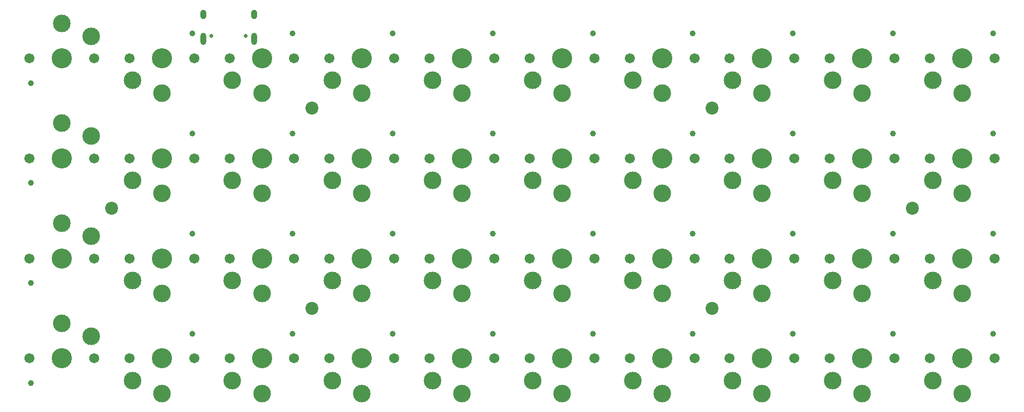
<source format=gbr>
%TF.GenerationSoftware,KiCad,Pcbnew,(6.0.4-0)*%
%TF.CreationDate,2023-02-28T21:33:54-06:00*%
%TF.ProjectId,bancouver40_cfx,62616e63-6f75-4766-9572-34305f636678,rev?*%
%TF.SameCoordinates,Original*%
%TF.FileFunction,Soldermask,Top*%
%TF.FilePolarity,Negative*%
%FSLAX46Y46*%
G04 Gerber Fmt 4.6, Leading zero omitted, Abs format (unit mm)*
G04 Created by KiCad (PCBNEW (6.0.4-0)) date 2023-02-28 21:33:54*
%MOMM*%
%LPD*%
G01*
G04 APERTURE LIST*
%ADD10C,3.429000*%
%ADD11C,1.701800*%
%ADD12C,3.000000*%
%ADD13C,0.990600*%
%ADD14C,2.200000*%
%ADD15C,0.650000*%
%ADD16O,1.000000X2.100000*%
%ADD17O,1.000000X1.600000*%
G04 APERTURE END LIST*
D10*
%TO.C,SW25*%
X150874929Y-57374973D03*
D11*
X156374929Y-57374973D03*
D12*
X150874929Y-63324973D03*
D11*
X145374929Y-57374973D03*
D12*
X145874929Y-61124973D03*
D13*
X156094929Y-53174973D03*
%TD*%
D11*
%TO.C,SW17*%
X190374913Y-40374981D03*
D12*
X184874913Y-46324981D03*
D11*
X179374913Y-40374981D03*
D12*
X179874913Y-44124981D03*
D10*
X184874913Y-40374981D03*
D13*
X190094913Y-36174981D03*
%TD*%
D12*
%TO.C,SW23*%
X116874945Y-63324973D03*
D10*
X116874945Y-57374973D03*
D11*
X111374945Y-57374973D03*
D12*
X111874945Y-61124973D03*
D11*
X122374945Y-57374973D03*
D13*
X122094945Y-53174973D03*
%TD*%
D11*
%TO.C,SW26*%
X173374921Y-57374973D03*
D12*
X167874921Y-63324973D03*
X162874921Y-61124973D03*
D13*
X173094921Y-53174973D03*
D10*
X167874921Y-57374973D03*
D11*
X162374921Y-57374973D03*
%TD*%
D10*
%TO.C,SW13*%
X116874945Y-40374981D03*
D11*
X111374945Y-40374981D03*
D13*
X122094945Y-36174981D03*
D12*
X111874945Y-44124981D03*
D11*
X122374945Y-40374981D03*
D12*
X116874945Y-46324981D03*
%TD*%
D14*
%TO.C,H4*%
X227374893Y-48874977D03*
%TD*%
D12*
%TO.C,SW20*%
X230874889Y-44124981D03*
D11*
X241374889Y-40374981D03*
X230374889Y-40374981D03*
D12*
X235874889Y-46324981D03*
D10*
X235874889Y-40374981D03*
D13*
X241094889Y-36174981D03*
%TD*%
D11*
%TO.C,SW16*%
X162374921Y-40374981D03*
X173374921Y-40374981D03*
D13*
X173094921Y-36174981D03*
D12*
X162874921Y-44124981D03*
X167874921Y-46324981D03*
D10*
X167874921Y-40374981D03*
%TD*%
D12*
%TO.C,SW4*%
X128874937Y-27124989D03*
X133874937Y-29324989D03*
D10*
X133874937Y-23374989D03*
D13*
X139094937Y-19174989D03*
D11*
X128374937Y-23374989D03*
X139374937Y-23374989D03*
%TD*%
D10*
%TO.C,SW1*%
X82874961Y-23374989D03*
D12*
X82874961Y-17424989D03*
X87874961Y-19624989D03*
D11*
X77374961Y-23374989D03*
X88374961Y-23374989D03*
D13*
X77654961Y-27574989D03*
%TD*%
D12*
%TO.C,SW29*%
X218874897Y-63324973D03*
D10*
X218874897Y-57374973D03*
D11*
X224374897Y-57374973D03*
D13*
X224094897Y-53174973D03*
D11*
X213374897Y-57374973D03*
D12*
X213874897Y-61124973D03*
%TD*%
%TO.C,SW15*%
X150874929Y-46324981D03*
D11*
X156374929Y-40374981D03*
D13*
X156094929Y-36174981D03*
D11*
X145374929Y-40374981D03*
D12*
X145874929Y-44124981D03*
D10*
X150874929Y-40374981D03*
%TD*%
D11*
%TO.C,SW34*%
X139374937Y-74374965D03*
D13*
X139094937Y-70174965D03*
D10*
X133874937Y-74374965D03*
D11*
X128374937Y-74374965D03*
D12*
X133874937Y-80324965D03*
X128874937Y-78124965D03*
%TD*%
D10*
%TO.C,SW6*%
X167874921Y-23374989D03*
D12*
X167874921Y-29324989D03*
D11*
X173374921Y-23374989D03*
D12*
X162874921Y-27124989D03*
D13*
X173094921Y-19174989D03*
D11*
X162374921Y-23374989D03*
%TD*%
D13*
%TO.C,SW10*%
X241094889Y-19174989D03*
D12*
X230874889Y-27124989D03*
D10*
X235874889Y-23374989D03*
D12*
X235874889Y-29324989D03*
D11*
X230374889Y-23374989D03*
X241374889Y-23374989D03*
%TD*%
D13*
%TO.C,SW33*%
X122094945Y-70174965D03*
D12*
X111874945Y-78124965D03*
D11*
X122374945Y-74374965D03*
D10*
X116874945Y-74374965D03*
D12*
X116874945Y-80324965D03*
D11*
X111374945Y-74374965D03*
%TD*%
D13*
%TO.C,SW27*%
X190094913Y-53174973D03*
D11*
X190374913Y-57374973D03*
D12*
X184874913Y-63324973D03*
D11*
X179374913Y-57374973D03*
D10*
X184874913Y-57374973D03*
D12*
X179874913Y-61124973D03*
%TD*%
D11*
%TO.C,SW30*%
X230374889Y-57374973D03*
X241374889Y-57374973D03*
D13*
X241094889Y-53174973D03*
D12*
X230874889Y-61124973D03*
X235874889Y-63324973D03*
D10*
X235874889Y-57374973D03*
%TD*%
D14*
%TO.C,H5*%
X125374941Y-65874969D03*
%TD*%
%TO.C,H2*%
X193374909Y-31874985D03*
%TD*%
D11*
%TO.C,SW7*%
X190374913Y-23374989D03*
D12*
X184874913Y-29324989D03*
X179874913Y-27124989D03*
D11*
X179374913Y-23374989D03*
D10*
X184874913Y-23374989D03*
D13*
X190094913Y-19174989D03*
%TD*%
D12*
%TO.C,SW19*%
X213874897Y-44124981D03*
X218874897Y-46324981D03*
D10*
X218874897Y-40374981D03*
D11*
X213374897Y-40374981D03*
X224374897Y-40374981D03*
D13*
X224094897Y-36174981D03*
%TD*%
D12*
%TO.C,SW40*%
X235874889Y-80324965D03*
D10*
X235874889Y-74374965D03*
D13*
X241094889Y-70174965D03*
D11*
X230374889Y-74374965D03*
X241374889Y-74374965D03*
D12*
X230874889Y-78124965D03*
%TD*%
D14*
%TO.C,H6*%
X193374909Y-65874969D03*
%TD*%
D11*
%TO.C,SW24*%
X139374937Y-57374973D03*
D13*
X139094937Y-53174973D03*
D12*
X128874937Y-61124973D03*
D10*
X133874937Y-57374973D03*
D12*
X133874937Y-63324973D03*
D11*
X128374937Y-57374973D03*
%TD*%
D12*
%TO.C,SW32*%
X99874953Y-80324965D03*
X94874953Y-78124965D03*
D11*
X105374953Y-74374965D03*
D10*
X99874953Y-74374965D03*
D13*
X105094953Y-70174965D03*
D11*
X94374953Y-74374965D03*
%TD*%
D12*
%TO.C,SW5*%
X150874929Y-29324989D03*
D10*
X150874929Y-23374989D03*
D13*
X156094929Y-19174989D03*
D11*
X156374929Y-23374989D03*
X145374929Y-23374989D03*
D12*
X145874929Y-27124989D03*
%TD*%
D11*
%TO.C,SW31*%
X88374961Y-74374965D03*
D12*
X87874961Y-70624965D03*
D10*
X82874961Y-74374965D03*
D11*
X77374961Y-74374965D03*
D13*
X77654961Y-78574965D03*
D12*
X82874961Y-68424965D03*
%TD*%
%TO.C,SW38*%
X201874905Y-80324965D03*
D13*
X207094905Y-70174965D03*
D10*
X201874905Y-74374965D03*
D11*
X196374905Y-74374965D03*
D12*
X196874905Y-78124965D03*
D11*
X207374905Y-74374965D03*
%TD*%
%TO.C,SW35*%
X145374929Y-74374965D03*
D10*
X150874929Y-74374965D03*
D11*
X156374929Y-74374965D03*
D12*
X145874929Y-78124965D03*
X150874929Y-80324965D03*
D13*
X156094929Y-70174965D03*
%TD*%
%TO.C,SW18*%
X207094905Y-36174981D03*
D11*
X196374905Y-40374981D03*
X207374905Y-40374981D03*
D12*
X201874905Y-46324981D03*
D10*
X201874905Y-40374981D03*
D12*
X196874905Y-44124981D03*
%TD*%
%TO.C,SW3*%
X116874945Y-29324989D03*
D11*
X111374945Y-23374989D03*
D12*
X111874945Y-27124989D03*
D11*
X122374945Y-23374989D03*
D13*
X122094945Y-19174989D03*
D10*
X116874945Y-23374989D03*
%TD*%
%TO.C,SW9*%
X218874897Y-23374989D03*
D11*
X224374897Y-23374989D03*
X213374897Y-23374989D03*
D12*
X218874897Y-29324989D03*
X213874897Y-27124989D03*
D13*
X224094897Y-19174989D03*
%TD*%
%TO.C,SW14*%
X139094937Y-36174981D03*
D11*
X128374937Y-40374981D03*
X139374937Y-40374981D03*
D12*
X128874937Y-44124981D03*
D10*
X133874937Y-40374981D03*
D12*
X133874937Y-46324981D03*
%TD*%
%TO.C,SW21*%
X87874961Y-53624973D03*
X82874961Y-51424973D03*
D11*
X77374961Y-57374973D03*
X88374961Y-57374973D03*
D10*
X82874961Y-57374973D03*
D13*
X77654961Y-61574973D03*
%TD*%
D12*
%TO.C,SW2*%
X94874953Y-27124989D03*
D10*
X99874953Y-23374989D03*
D13*
X105094953Y-19174989D03*
D12*
X99874953Y-29324989D03*
D11*
X94374953Y-23374989D03*
X105374953Y-23374989D03*
%TD*%
D12*
%TO.C,SW12*%
X94874953Y-44124981D03*
D13*
X105094953Y-36174981D03*
D12*
X99874953Y-46324981D03*
D10*
X99874953Y-40374981D03*
D11*
X105374953Y-40374981D03*
X94374953Y-40374981D03*
%TD*%
D12*
%TO.C,SW36*%
X162874921Y-78124965D03*
D11*
X173374921Y-74374965D03*
D12*
X167874921Y-80324965D03*
D10*
X167874921Y-74374965D03*
D13*
X173094921Y-70174965D03*
D11*
X162374921Y-74374965D03*
%TD*%
%TO.C,SW22*%
X94374953Y-57374973D03*
D12*
X99874953Y-63324973D03*
D13*
X105094953Y-53174973D03*
D11*
X105374953Y-57374973D03*
D10*
X99874953Y-57374973D03*
D12*
X94874953Y-61124973D03*
%TD*%
D11*
%TO.C,SW28*%
X196374905Y-57374973D03*
X207374905Y-57374973D03*
D12*
X201874905Y-63324973D03*
D13*
X207094905Y-53174973D03*
D12*
X196874905Y-61124973D03*
D10*
X201874905Y-57374973D03*
%TD*%
D14*
%TO.C,H3*%
X91374957Y-48874977D03*
%TD*%
D11*
%TO.C,SW37*%
X179374913Y-74374965D03*
D10*
X184874913Y-74374965D03*
D12*
X179874913Y-78124965D03*
X184874913Y-80324965D03*
D11*
X190374913Y-74374965D03*
D13*
X190094913Y-70174965D03*
%TD*%
D11*
%TO.C,SW11*%
X88374961Y-40374981D03*
X77374961Y-40374981D03*
D12*
X87874961Y-36624981D03*
D13*
X77654961Y-44574981D03*
D12*
X82874961Y-34424981D03*
D10*
X82874961Y-40374981D03*
%TD*%
D13*
%TO.C,SW39*%
X224094897Y-70174965D03*
D12*
X213874897Y-78124965D03*
X218874897Y-80324965D03*
D11*
X213374897Y-74374965D03*
D10*
X218874897Y-74374965D03*
D11*
X224374897Y-74374965D03*
%TD*%
D14*
%TO.C,H1*%
X125374941Y-31874985D03*
%TD*%
D10*
%TO.C,SW8*%
X201874905Y-23374989D03*
D12*
X201874905Y-29324989D03*
D13*
X207094905Y-19174989D03*
D12*
X196874905Y-27124989D03*
D11*
X196374905Y-23374989D03*
X207374905Y-23374989D03*
%TD*%
D15*
%TO.C,J1*%
X108318281Y-19604992D03*
X114098281Y-19604992D03*
D16*
X106888281Y-20104992D03*
D17*
X106888281Y-15924992D03*
X115528281Y-15924992D03*
D16*
X115528281Y-20104992D03*
%TD*%
M02*

</source>
